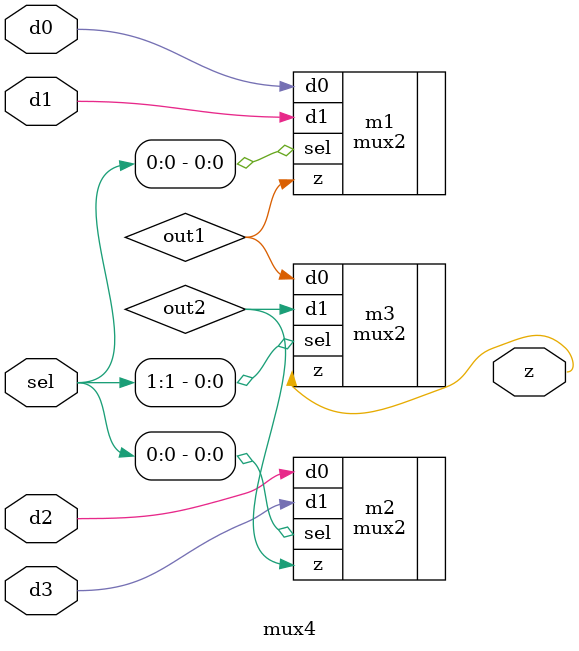
<source format=sv>
module mux4 (
    input logic d0,          // Data input 0
    input logic d1,          // Data input 1
    input logic d2,          // Data input 2
    input logic d3,          // Data input 3
    input logic [1:0] sel,   // Select input
    output logic z           // Output
);

// Put your code here
// ------------------

logic out1;
logic out2;
mux2 m1 (.d0(d0),.d1(d1),.sel(sel[0]),.z(out1));
mux2 m2 (.d0(d2),.d1(d3),.sel(sel[0]),.z(out2));
mux2 m3 (.d0(out1),.d1(out2),.sel(sel[1]),.z(z));

// End of your code

endmodule

</source>
